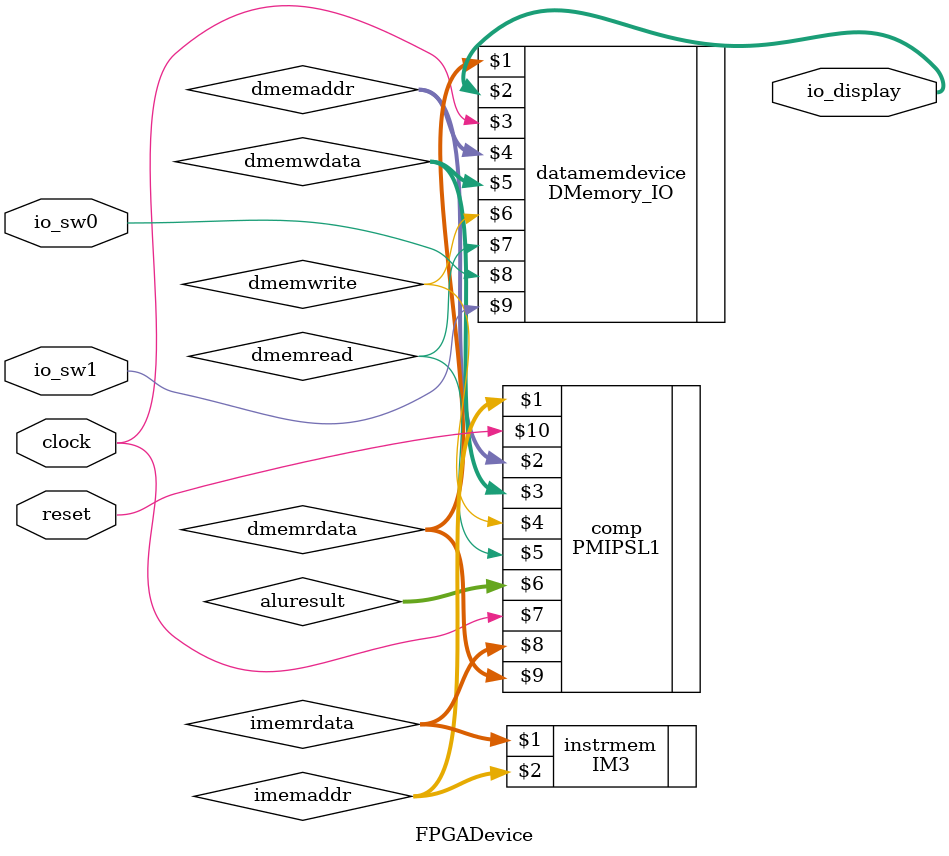
<source format=v>
module FPGADevice(io_display, clock, io_sw1,io_sw0,reset);

output [6:0] io_display;
input clock;
input io_sw0;
input io_sw1;
input reset;

wire [15:0] imemaddr; 	// Instruction memory addr
wire [15:0] dmemaddr;	// Data memory addr
wire [15:0] dmemwdata;	// Data memory write-data
wire dmemwrite;	// Data memory write enable
wire dmemread;	// Data memory read enable
wire [15:0] aluresult;	// Output from the ALU:  for debugging
wire [15:0] aluout;		// Output from the ALUOut register:  for debugging

wire [15:0] imemrdata;	// Instruction memory read data
wire [15:0] dmemrdata;	

	
PMIPSL1 comp(
	imemaddr, 	// Instruction memory addr
	dmemaddr,	// Data memory addr
	dmemwdata,	// Data memory write-data
	dmemwrite,	// Data memory write enable
	dmemread,	// Data memory read enable
	aluresult,	// Output from the ALU:  for debugging
	clock,
	imemrdata,	// Instruction memory read data
	dmemrdata,	// Data memory read data
	reset		// Reset
	);

// Instantiation of Instruction Memory (program)

IM3  instrmem(imemrdata,imemaddr);

// Instantiation of Data Memory

DMemory_IO datamemdevice(
		dmemrdata,	// read data
		io_display,	// IO port connected to 7 segment display
		clock,		// clock
		dmemaddr,	// address
		dmemwdata,	// write data
		dmemwrite,	// write enable
		dmemread,	// read enable
		io_sw0,		// IO port connected to sliding switch 0
		io_sw1		// IO port connected to sliding switch 1
		);



endmodule
</source>
